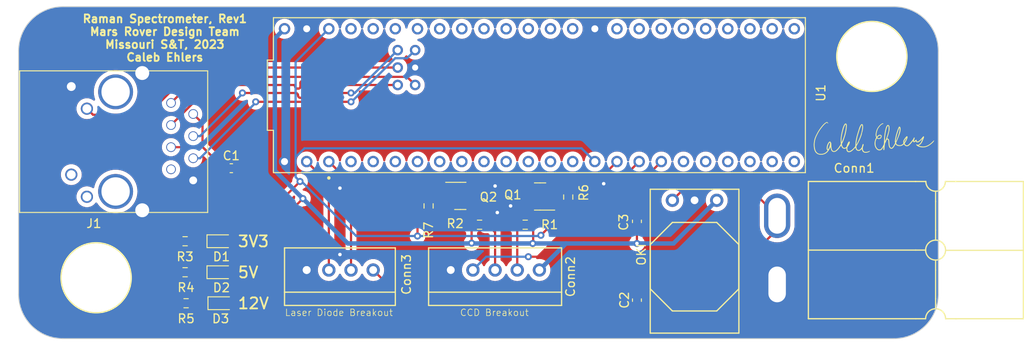
<source format=kicad_pcb>
(kicad_pcb (version 20221018) (generator pcbnew)
  (layers (0 "F.Cu" signal) (31 "B.Cu" signal) (34 "B.Paste" user) (35 "F.Paste" user) (36 "B.SilkS" user "B.Silkscreen") (37 "F.SilkS" user "F.Silkscreen") (38 "B.Mask" user) (39 "F.Mask" user) (44 "Edge.Cuts" user))
  (net 0 "")
  (net 1 "Net-(C1-Pad1)")
  (net 2 "GND")
  (net 3 "+12V")
  (net 4 "+5V")
  (net 5 "CCD_CLK_5V")
  (net 6 "CCD_ROG_5V")
  (net 7 "CCD_Vout")
  (net 8 "Red_LED")
  (net 9 "Green_LED")
  (net 11 "LED")
  (net 13 "T+")
  (net 14 "T-")
  (net 16 "R+")
  (net 17 "R-")
  (net 18 "Net-(D1-K)")
  (net 19 "CCD_CLK_3V3")
  (net 20 "CCD_ROG_3V3")
  (net 53 "+3V3")
  (net 54 "Net-(D2-K)")
  (net 55 "Net-(D3-K)")
  (footprint "Resistor_SMD:R_0603_1608Metric_Pad0.98x0.95mm_HandSolder" (layer "F.Cu") (at 85.344 57.667 90)
    (fp_text reference "R6" (at 0.508 1.778 90) (layer "F.SilkS"))
    (fp_text value "4.7k")
    (pad "1" smd roundrect (at -0.9125 0 90) (size 0.975 0.95) (layers "F.Cu" "F.Paste" "F.Mask") (net 53 "+3V3"))
    (pad "2" smd roundrect (at 0.9125 0 90) (size 0.975 0.95) (layers "F.Cu" "F.Paste" "F.Mask") (net 19 "CCD_CLK_3V3"))
  )
  (footprint "MRDT_Connectors:Square_Anderson_2_H_Side_By_Side" (layer "F.Cu") (at 108.9102 68.241 180)
    (fp_text reference "Conn1" (at -9.1998 13.885 180) (layer "F.SilkS"))
    (fp_text value "AndersonPP")
    (pad "1" thru_hole oval (at -0.3746 0.55 180) (size 3 5.1) (drill oval 2 4.1) (layers "*.Cu" "*.Mask" "F.Paste") (net 2 "GND"))
    (pad "2" thru_hole oval (at -0.3746 8.424 180) (size 3 5.1) (drill oval 2 4.1) (layers "*.Cu" "*.Mask" "F.Paste") (net 3 "+12V"))
  )
  (footprint "MRDT_Connectors:MOLEX_SL_05_Vertical" (layer "F.Cu") (at 82.042 66.04 180)
    (fp_text reference "Conn2" (at -3.556 -0.762 90) (layer "F.SilkS"))
    (fp_text value "Molex_SL_05")
    (pad "1" thru_hole circle (at 0 0 180) (size 1.524 1.524) (drill 0.9) (layers "*.Cu" "*.Mask") (net 4 "+5V"))
    (pad "2" thru_hole circle (at 2.54 0 180) (size 1.524 1.524) (drill 0.9) (layers "*.Cu" "*.Mask") (net 5 "CCD_CLK_5V"))
    (pad "3" thru_hole circle (at 5.08 0 180) (size 1.524 1.524) (drill 0.9) (layers "*.Cu" "*.Mask") (net 6 "CCD_ROG_5V"))
    (pad "4" thru_hole circle (at 7.62 0 180) (size 1.524 1.524) (drill 0.9) (layers "*.Cu" "*.Mask") (net 7 "CCD_Vout"))
    (pad "5" thru_hole circle (at 10.16 0 180) (size 1.524 1.524) (drill 0.9) (layers "*.Cu" "*.Mask") (net 2 "GND"))
  )
  (footprint "MRDT_Connectors:RJ45_Teensy" (layer "F.Cu") (at 20.4765 51.433 -90)
    (fp_text reference "J1" (at 9.273 -10.5115 -180) (layer "F.SilkS"))
    (fp_text value "RJ45_LED_Shielded")
    (pad "1" thru_hole circle (at -4.57 -19.35 270) (size 1.1 1.1) (drill 0.9) (layers "*.Cu" "*.Mask") (net 13 "T+"))
    (pad "2" thru_hole circle (at -3.3 -21.89 270) (size 1.1 1.1) (drill 0.9) (layers "*.Cu" "*.Mask") (net 1 "Net-(C1-Pad1)"))
    (pad "3" thru_hole circle (at -2.03 -19.35 270) (size 1.1 1.1) (drill 0.9) (layers "*.Cu" "*.Mask") (net 14 "T-"))
    (pad "4" thru_hole circle (at -0.76 -21.89 270) (size 1.1 1.1) (drill 0.9) (layers "*.Cu" "*.Mask") (net 16 "R+"))
    (pad "5" thru_hole circle (at 0.51 -19.35 270) (size 1.1 1.1) (drill 0.9) (layers "*.Cu" "*.Mask") (net 1 "Net-(C1-Pad1)"))
    (pad "6" thru_hole circle (at 1.78 -21.89 270) (size 1.1 1.1) (drill 0.9) (layers "*.Cu" "*.Mask") (net 17 "R-"))
    (pad "7" thru_hole circle (at 3.05 -19.35 270) (size 1.1 1.1) (drill 0.9) (layers "*.Cu" "*.Mask"))
    (pad "8" thru_hole circle (at 4.32 -21.89 270) (size 1.1 1.1) (drill 0.9) (layers "*.Cu" "*.Mask") (net 2 "GND"))
    (pad "9" thru_hole circle (at -6.45 -7.92 270) (size 1.4 1.4) (drill 1.02) (layers "*.Cu" "*.Mask") (net 2 "GND"))
    (pad "10" thru_hole circle (at -3.91 -9.71 270) (size 1.4 1.4) (drill 1.02) (layers "*.Cu" "*.Mask") (net 11 "LED"))
    (pad "11" thru_hole circle (at 3.66 -7.92 270) (size 1.4 1.4) (drill 1.02) (layers "*.Cu" "*.Mask"))
    (pad "12" thru_hole circle (at 6.2 -9.71 270) (size 1.4 1.4) (drill 1.02) (layers "*.Cu" "*.Mask"))
    (pad "13" thru_hole circle (at -5.84 -13 270) (size 4 4) (drill 3.25) (layers "*.Cu" "*.Mask"))
    (pad "14" thru_hole circle (at 5.59 -13 270) (size 4 4) (drill 3.25) (layers "*.Cu" "*.Mask"))
    (pad "SH" thru_hole circle (at -8 -16.05 270) (size 2 2) (drill 1.6) (layers "*.Cu" "*.Mask") (net 2 "GND"))
    (pad "SH" thru_hole circle (at 7.75 -16.05 270) (size 2 2) (drill 1.6) (layers "*.Cu" "*.Mask") (net 2 "GND"))
  )
  (footprint "LED_SMD:LED_0603_1608Metric_Pad1.05x0.95mm_HandSolder" (layer "F.Cu") (at 45.607 66.294)
    (fp_text reference "D2" (at 0 1.778) (layer "F.SilkS"))
    (fp_text value "Green" hide)
    (pad "1" smd roundrect (at -0.875 0) (size 1.05 0.95) (layers "F.Cu" "F.Paste" "F.Mask") (net 54 "Net-(D2-K)"))
    (pad "2" smd roundrect (at 0.875 0) (size 1.05 0.95) (layers "F.Cu" "F.Paste" "F.Mask") (net 4 "+5V"))
  )
  (footprint "MRDT_Devices:OKI_Horizontal" (layer "F.Cu") (at 97.282 58.039)
    (fp_text reference "U2" hide)
    (fp_text value "OKI" (at -3.556 6.223 90) (layer "F.SilkS"))
    (pad "1" thru_hole circle (at 0 0) (size 1.524 1.524) (drill 0.889) (layers "*.Cu" "*.Mask") (net 3 "+12V"))
    (pad "2" thru_hole circle (at 2.54 0) (size 1.524 1.524) (drill 0.889) (layers "*.Cu" "*.Mask") (net 2 "GND"))
    (pad "3" thru_hole circle (at 5.08 0) (size 1.524 1.524) (drill 0.889) (layers "*.Cu" "*.Mask") (net 4 "+5V"))
  )
  (footprint "MRDT_Connectors:MOLEX_SL_04_Vertical" (layer "F.Cu") (at 62.992 66.04 180)
    (fp_text reference "Conn3" (at -3.81 -0.508 270) (layer "F.SilkS"))
    (fp_text value "Molex_SL_04")
    (pad "1" thru_hole circle (at 0 0 180) (size 1.524 1.524) (drill 0.9) (layers "*.Cu" "*.Mask") (net 3 "+12V"))
    (pad "2" thru_hole circle (at 2.54 0 180) (size 1.524 1.524) (drill 0.9) (layers "*.Cu" "*.Mask") (net 8 "Red_LED"))
    (pad "3" thru_hole circle (at 5.08 0 180) (size 1.524 1.524) (drill 0.9) (layers "*.Cu" "*.Mask") (net 9 "Green_LED"))
    (pad "4" thru_hole circle (at 7.62 0 180) (size 1.524 1.524) (drill 0.9) (layers "*.Cu" "*.Mask") (net 2 "GND"))
    (pad "4" thru_hole circle (at 7.62 0 180) (size 1.524 1.524) (drill 0.9) (layers "*.Cu" "*.Mask") (net 2 "GND"))
  )
  (footprint "Capacitor_SMD:C_0603_1608Metric_Pad1.08x0.95mm_HandSolder" (layer "F.Cu") (at 93.218 60.452 90)
    (fp_text reference "C3" (at -0.1005 -1.524 90) (layer "F.SilkS"))
    (fp_text value "10µF")
    (pad "1" smd roundrect (at -0.8625 0 90) (size 1.075 0.95) (layers "F.Cu" "F.Paste" "F.Mask") (net 4 "+5V"))
    (pad "2" smd roundrect (at 0.8625 0 90) (size 1.075 0.95) (layers "F.Cu" "F.Paste" "F.Mask") (net 2 "GND"))
  )
  (footprint "LED_SMD:LED_0603_1608Metric_Pad1.05x0.95mm_HandSolder" (layer "F.Cu") (at 45.607 62.738)
    (fp_text reference "D1" (at 0 1.778) (layer "F.SilkS"))
    (fp_text value "Green" hide)
    (pad "1" smd roundrect (at -0.875 0) (size 1.05 0.95) (layers "F.Cu" "F.Paste" "F.Mask") (net 18 "Net-(D1-K)"))
    (pad "2" smd roundrect (at 0.875 0) (size 1.05 0.95) (layers "F.Cu" "F.Paste" "F.Mask") (net 53 "+3V3"))
  )
  (footprint "Resistor_SMD:R_0603_1608Metric_Pad0.98x0.95mm_HandSolder" (layer "F.Cu") (at 41.5525 69.85 180)
    (fp_text reference "R5" (at 0 -1.778) (layer "F.SilkS"))
    (fp_text value "1k")
    (pad "1" smd roundrect (at -0.9125 0 180) (size 0.975 0.95) (layers "F.Cu" "F.Paste" "F.Mask") (net 55 "Net-(D3-K)"))
    (pad "2" smd roundrect (at 0.9125 0 180) (size 0.975 0.95) (layers "F.Cu" "F.Paste" "F.Mask") (net 2 "GND"))
  )
  (footprint "MRDT_Drill_Holes:4_40_Hole" (layer "F.Cu") (at 120.142 41.529)
    (fp_text reference "V2" hide)
    (fp_text value "Via" hide)
    (pad "" np_thru_hole circle (at 0 0) (size 2.9464 2.9464) (drill 2.9464) (layers "*.Cu" "*.Mask") (clearance 2.5))
  )
  (footprint "Resistor_SMD:R_0603_1608Metric_Pad0.98x0.95mm_HandSolder" (layer "F.Cu") (at 69.342 58.683 -90)
    (fp_text reference "R7" (at 2.794 0 90) (layer "F.SilkS"))
    (fp_text value "4.7k")
    (pad "1" smd roundrect (at -0.9125 0 270) (size 0.975 0.95) (layers "F.Cu" "F.Paste" "F.Mask") (net 53 "+3V3"))
    (pad "2" smd roundrect (at 0.9125 0 270) (size 0.975 0.95) (layers "F.Cu" "F.Paste" "F.Mask") (net 20 "CCD_ROG_3V3"))
  )
  (footprint "Package_TO_SOT_SMD:SOT-23" (layer "F.Cu") (at 82.1205 57.601 180)
    (fp_text reference "Q1" (at 3.1265 0.188 180) (layer "F.SilkS"))
    (fp_text value "BSS138")
    (pad "1" smd roundrect (at -0.9375 -0.95 180) (size 1.475 0.6) (layers "F.Cu" "F.Paste" "F.Mask") (net 53 "+3V3"))
    (pad "2" smd roundrect (at -0.9375 0.95 180) (size 1.475 0.6) (layers "F.Cu" "F.Paste" "F.Mask") (net 19 "CCD_CLK_3V3"))
    (pad "3" smd roundrect (at 0.9375 0 180) (size 1.475 0.6) (layers "F.Cu" "F.Paste" "F.Mask") (net 5 "CCD_CLK_5V"))
  )
  (footprint "Capacitor_SMD:C_0603_1608Metric_Pad1.08x0.95mm_HandSolder" (layer "F.Cu") (at 46.736 54.356)
    (fp_text reference "C1" (at 0 -1.43) (layer "F.SilkS"))
    (fp_text value "0.1µF")
    (pad "1" smd roundrect (at -0.8625 0) (size 1.075 0.95) (layers "F.Cu" "F.Paste" "F.Mask") (net 1 "Net-(C1-Pad1)"))
    (pad "2" smd roundrect (at 0.8625 0) (size 1.075 0.95) (layers "F.Cu" "F.Paste" "F.Mask") (net 2 "GND"))
  )
  (footprint "MRDT_Shields:Teensy_4_1_Ethernet" (layer "F.Cu") (at 82.042 45.974)
    (fp_text reference "U1" (at 32.258 -0.254 90) (layer "F.SilkS"))
    (fp_text value "Teensy4.1_DEV-16771")
    (pad "0" thru_hole circle (at -26.67 7.62) (size 1.308 1.308) (drill 0.8) (layers "*.Cu" "*.Mask") (net 9 "Green_LED"))
    (pad "1" thru_hole circle (at -24.13 7.62) (size 1.308 1.308) (drill 0.8) (layers "*.Cu" "*.Mask") (net 8 "Red_LED"))
    (pad "2" thru_hole circle (at -21.59 7.62) (size 1.308 1.308) (drill 0.8) (layers "*.Cu" "*.Mask"))
    (pad "3" thru_hole circle (at -19.05 7.62) (size 1.308 1.308) (drill 0.8) (layers "*.Cu" "*.Mask"))
    (pad "3.3V_1" thru_hole circle (at 6.35 7.62) (size 1.308 1.308) (drill 0.8) (layers "*.Cu" "*.Mask") (net 53 "+3V3"))
    (pad "3.3V_2" thru_hole circle (at -24.13 -7.62) (size 1.308 1.308) (drill 0.8) (layers "*.Cu" "*.Mask") (net 53 "+3V3"))
    (pad "4" thru_hole circle (at -16.51 7.62) (size 1.308 1.308) (drill 0.8) (layers "*.Cu" "*.Mask"))
    (pad "5" thru_hole circle (at -13.97 7.62) (size 1.308 1.308) (drill 0.8) (layers "*.Cu" "*.Mask"))
    (pad "6" thru_hole circle (at -11.43 7.62) (size 1.308 1.308) (drill 0.8) (layers "*.Cu" "*.Mask"))
    (pad "7" thru_hole circle (at -8.89 7.62) (size 1.308 1.308) (drill 0.8) (layers "*.Cu" "*.Mask"))
    (pad "8" thru_hole circle (at -6.35 7.62) (size 1.308 1.308) (drill 0.8) (layers "*.Cu" "*.Mask"))
    (pad "9" thru_hole circle (at -3.81 7.62) (size 1.308 1.308) (drill 0.8) (layers "*.Cu" "*.Mask"))
    (pad "10" thru_hole circle (at -1.27 7.62) (size 1.308 1.308) (drill 0.8) (layers "*.Cu" "*.Mask"))
    (pad "11" thru_hole circle (at 1.27 7.62) (size 1.308 1.308) (drill 0.8) (layers "*.Cu" "*.Mask"))
    (pad "12" thru_hole circle (at 3.81 7.62) (size 1.308 1.308) (drill 0.8) (layers "*.Cu" "*.Mask"))
    (pad "13" thru_hole circle (at 3.81 -7.62) (size 1.308 1.308) (drill 0.8) (layers "*.Cu" "*.Mask"))
    (pad "14" thru_hole circle (at 1.27 -7.62) (size 1.308 1.308) (drill 0.8) (layers "*.Cu" "*.Mask"))
    (pad "15" thru_hole circle (at -1.27 -7.62) (size 1.308 1.308) (drill 0.8) (layers "*.Cu" "*.Mask"))
    (pad "16" thru_hole circle (at -3.81 -7.62) (size 1.308 1.308) (drill 0.8) (layers "*.Cu" "*.Mask"))
    (pad "17" thru_hole circle (at -6.35 -7.62) (size 1.308 1.308) (drill 0.8) (layers "*.Cu" "*.Mask"))
    (pad "18" thru_hole circle (at -8.89 -7.62) (size 1.308 1.308) (drill 0.8) (layers "*.Cu" "*.Mask"))
    (pad "19" thru_hole circle (at -11.43 -7.62) (size 1.308 1.308) (drill 0.8) (layers "*.Cu" "*.Mask"))
    (pad "20" thru_hole circle (at -13.97 -7.62) (size 1.308 1.308) (drill 0.8) (layers "*.Cu" "*.Mask"))
    (pad "21" thru_hole circle (at -16.51 -7.62) (size 1.308 1.308) (drill 0.8) (layers "*.Cu" "*.Mask"))
    (pad "22" thru_hole circle (at -19.05 -7.62) (size 1.308 1.308) (drill 0.8) (layers "*.Cu" "*.Mask"))
    (pad "23" thru_hole circle (at -21.59 -7.62) (size 1.308 1.308) (drill 0.8) (layers "*.Cu" "*.Mask"))
    (pad "24" thru_hole circle (at 8.89 7.62) (size 1.308 1.308) (drill 0.8) (layers "*.Cu" "*.Mask") (net 20 "CCD_ROG_3V3"))
    (pad "25" thru_hole circle (at 11.43 7.62) (size 1.308 1.308) (drill 0.8) (layers "*.Cu" "*.Mask") (net 19 "CCD_CLK_3V3"))
    (pad "26" thru_hole circle (at 13.97 7.62) (size 1.308 1.308) (drill 0.8) (layers "*.Cu" "*.Mask") (net 7 "CCD_Vout"))
    (pad "27" thru_hole circle (at 16.51 7.62) (size 1.308 1.308) (drill 0.8) (layers "*.Cu" "*.Mask"))
    (pad "28" thru_hole circle (at 19.05 7.62) (size 1.308 1.308) (drill 0.8) (layers "*.Cu" "*.Mask"))
    (pad "29" thru_hole circle (at 21.59 7.62) (size 1.308 1.308) (drill 0.8) (layers "*.Cu" "*.Mask"))
    (pad "30" thru_hole circle (at 24.13 7.62) (size 1.308 1.308) (drill 0.8) (layers "*.Cu" "*.Mask"))
    (pad "31" thru_hole circle (at 26.67 7.62) (size 1.308 1.308) (drill 0.8) (layers "*.Cu" "*.Mask"))
    (pad "32" thru_hole circle (at 29.21 7.62) (size 1.308 1.308) (drill 0.8) (layers "*.Cu" "*.Mask"))
    (pad "33" thru_hole circle (at 29.21 -7.62) (size 1.308 1.308) (drill 0.8) (layers "*.Cu" "*.Mask"))
    (pad "34" thru_hole circle (at 26.67 -7.62) (size 1.308 1.308) (drill 0.8) (layers "*.Cu" "*.Mask"))
    (pad "35" thru_hole circle (at 24.13 -7.62) (size 1.308 1.308) (drill 0.8) (layers "*.Cu" "*.Mask"))
    (pad "36" thru_hole circle (at 21.59 -7.62) (size 1.308 1.308) (drill 0.8) (layers "*.Cu" "*.Mask"))
    (pad "37" thru_hole circle (at 19.05 -7.62) (size 1.308 1.308) (drill 0.8) (layers "*.Cu" "*.Mask"))
    (pad "38" thru_hole circle (at 16.51 -7.62) (size 1.308 1.308) (drill 0.8) (layers "*.Cu" "*.Mask"))
    (pad "39" thru_hole circle (at 13.97 -7.62) (size 1.308 1.308) (drill 0.8) (layers "*.Cu" "*.Mask"))
    (pad "40" thru_hole circle (at 11.43 -7.62) (size 1.308 1.308) (drill 0.8) (layers "*.Cu" "*.Mask"))
    (pad "41" thru_hole circle (at 8.89 -7.62) (size 1.308 1.308) (drill 0.8) (layers "*.Cu" "*.Mask"))
    (pad "GND1" thru_hole circle (at -29.21 7.62) (size 1.308 1.308) (drill 0.8) (layers "*.Cu" "*.Mask") (net 2 "GND"))
    (pad "GND2" thru_hole circle (at 6.35 -7.62) (size 1.308 1.308) (drill 0.8) (layers "*.Cu" "*.Mask") (net 2 "GND"))
    (pad "GND3" thru_hole circle (at -26.67 -7.62) (size 1.308 1.308) (drill 0.8) (layers "*.Cu" "*.Mask") (net 2 "GND"))
    (pad "GND5" thru_hole circle (at -14.24 -3.17) (size 1.208 1.208) (drill 0.7) (layers "*.Cu" "*.Mask") (net 2 "GND"))
    (pad "LED" thru_hole circle (at -16.24 -3.17) (size 1.208 1.208) (drill 0.7) (layers "*.Cu" "*.Mask") (net 11 "LED"))
    (pad "R+" thru_hole circle (at -16.24 -5.17) (size 1.208 1.208) (drill 0.7) (layers "*.Cu" "*.Mask") (net 16 "R+"))
    (pad "R-" thru_hole circle (at -14.24 -5.17) (size 1.208 1.208) (drill 0.7) (layers "*.Cu" "*.Mask") (net 17 "R-"))
    (pad "T+" thru_hole circle (at -14.24 -1.17) (size 1.208 1.208) (drill 0.7) (layers "*.Cu" "*.Mask") (net 13 "T+"))
    (pad "T-" thru_hole circle (at -16.24 -1.17) (size 1.208 1.208) (drill 0.7) (layers "*.Cu" "*.Mask") (net 14 "T-"))
    (pad "VIN" thru_hole circle (at -29.21 -7.62) (size 1.308 1.308) (drill 0.8) (layers "*.Cu" "*.Mask") (net 4 "+5V"))
  )
  (footprint "Resistor_SMD:R_0603_1608Metric_Pad0.98x0.95mm_HandSolder" (layer "F.Cu") (at 41.4395 62.738 180)
    (fp_text reference "R3" (at 0 -1.778) (layer "F.SilkS"))
    (fp_text value "100")
    (pad "1" smd roundrect (at -0.9125 0 180) (size 0.975 0.95) (layers "F.Cu" "F.Paste" "F.Mask") (net 18 "Net-(D1-K)"))
    (pad "2" smd roundrect (at 0.9125 0 180) (size 0.975 0.95) (layers "F.Cu" "F.Paste" "F.Mask") (net 2 "GND"))
  )
  (footprint "Resistor_SMD:R_0603_1608Metric_Pad0.98x0.95mm_HandSolder" (layer "F.Cu") (at 41.4395 66.293934 180)
    (fp_text reference "R4" (at -0.1035 -1.758) (layer "F.SilkS"))
    (fp_text value "300")
    (pad "1" smd roundrect (at -0.9125 0 180) (size 0.975 0.95) (layers "F.Cu" "F.Paste" "F.Mask") (net 54 "Net-(D2-K)"))
    (pad "2" smd roundrect (at 0.9125 0 180) (size 0.975 0.95) (layers "F.Cu" "F.Paste" "F.Mask") (net 2 "GND"))
  )
  (footprint "LED_SMD:LED_0603_1608Metric_Pad1.05x0.95mm_HandSolder" (layer "F.Cu") (at 45.72 69.85)
    (fp_text reference "D3" (at -0.207 1.778) (layer "F.SilkS"))
    (fp_text value "Green" hide)
    (pad "1" smd roundrect (at -0.875 0) (size 1.05 0.95) (layers "F.Cu" "F.Paste" "F.Mask") (net 55 "Net-(D3-K)"))
    (pad "2" smd roundrect (at 0.875 0) (size 1.05 0.95) (layers "F.Cu" "F.Paste" "F.Mask") (net 3 "+12V"))
  )
  (footprint "Package_TO_SOT_SMD:SOT-23" (layer "F.Cu") (at 72.9765 57.535)
    (fp_text reference "Q2" (at 3.2235 0.132 180) (layer "F.SilkS"))
    (fp_text value "BSS138")
    (pad "1" smd roundrect (at -0.9375 -0.95) (size 1.475 0.6) (layers "F.Cu" "F.Paste" "F.Mask") (net 53 "+3V3"))
    (pad "2" smd roundrect (at -0.9375 0.95) (size 1.475 0.6) (layers "F.Cu" "F.Paste" "F.Mask") (net 20 "CCD_ROG_3V3"))
    (pad "3" smd roundrect (at 0.9375 0) (size 1.475 0.6) (layers "F.Cu" "F.Paste" "F.Mask") (net 6 "CCD_ROG_5V"))
  )
  (footprint "MRDT_Drill_Holes:4_40_Hole" (layer "F.Cu") (at 31.242 66.929)
    (fp_text reference "V1" hide)
    (fp_text value "Via" hide)
    (pad "" np_thru_hole circle (at 0 0) (size 2.9464 2.9464) (drill 2.9464) (layers "*.Cu" "*.Mask") (clearance 2.5))
  )
  (footprint "Resistor_SMD:R_0603_1608Metric_Pad0.98x0.95mm_HandSolder" (layer "F.Cu") (at 75.184 60.837)
    (fp_text reference "R2" (at -2.794 -0.122) (layer "F.SilkS"))
    (fp_text value "4.7k")
    (pad "1" smd roundrect (at -0.9125 0) (size 0.975 0.95) (layers "F.Cu" "F.Paste" "F.Mask") (net 4 "+5V"))
    (pad "2" smd roundrect (at 0.9125 0) (size 0.975 0.95) (layers "F.Cu" "F.Paste" "F.Mask") (net 6 "CCD_ROG_5V"))
  )
  (footprint "Signatures:Caleb_Ehlers_Signature_15mmx4.8mm" (layer "F.Cu") (at 120.396 50.8)
    (fp_text reference "G***" hide)
    (fp_text value "LOGO" hide)
  )
  (footprint "Resistor_SMD:R_0603_1608Metric_Pad0.98x0.95mm_HandSolder" (layer "F.Cu") (at 80.414622 60.837 180)
    (fp_text reference "R1" (at -2.794 0) (layer "F.SilkS"))
    (fp_text value "4.7k")
    (pad "1" smd roundrect (at -0.9125 0 180) (size 0.975 0.95) (layers "F.Cu" "F.Paste" "F.Mask") (net 4 "+5V"))
    (pad "2" smd roundrect (at 0.9125 0 180) (size 0.975 0.95) (layers "F.Cu" "F.Paste" "F.Mask") (net 5 "CCD_CLK_5V"))
  )
  (footprint "Capacitor_SMD:C_0603_1608Metric_Pad1.08x0.95mm_HandSolder" (layer "F.Cu") (at 93.218 69.4955 90)
    (fp_text reference "C2" (at 0 -1.43 90) (layer "F.SilkS"))
    (fp_text value "10µF")
    (pad "1" smd roundrect (at -0.8625 0 90) (size 1.075 0.95) (layers "F.Cu" "F.Paste" "F.Mask") (net 3 "+12V"))
    (pad "2" smd roundrect (at 0.8625 0 90) (size 1.075 0.95) (layers "F.Cu" "F.Paste" "F.Mask") (net 2 "GND"))
  )
  (gr_arc (start 27.432 73.914) (mid 23.839898 72.426102) (end 22.352 68.834) (stroke (width 0.1)) (layer "Edge.Cuts"))
  (gr_line (start 127.762 40.894) (end 127.762 68.834) (stroke (width 0.1)) (layer "Edge.Cuts"))
  (gr_line (start 122.682 35.814) (end 27.432 35.814) (stroke (width 0.1)) (layer "Edge.Cuts"))
  (gr_line (start 22.352 68.834) (end 22.352 40.894) (stroke (width 0.1)) (layer "Edge.Cuts"))
  (gr_arc (start 127.762 68.834) (mid 126.274102 72.426102) (end 122.682 73.914) (stroke (width 0.1)) (layer "Edge.Cuts"))
  (gr_arc (start 122.682 35.814) (mid 126.274102 37.301898) (end 127.762 40.894) (stroke (width 0.1)) (layer "Edge.Cuts"))
  (gr_arc (start 22.352 40.894) (mid 23.839898 37.301898) (end 27.432 35.814) (stroke (width 0.1)) (layer "Edge.Cuts"))
  (gr_line (start 122.682 73.914) (end 27.432 73.914) (stroke (width 0.1)) (layer "Edge.Cuts"))
  (gr_text "3V3" (at 47.385 63.5) (layer "F.SilkS") (effects (font (size 1.27 1.27) (thickness 0.2032)) (justify left bottom)))
  (gr_text "Raman Spectrometer, Rev1\nMars Rover Design Team\nMissouri S&T, 2023\nCaleb Ehlers" (at 39.116 42.164) (layer "F.SilkS") (effects (font (size 0.9144 0.9144) (thickness 0.2032) bold) (justify bottom)))
  (gr_text "12V" (at 47.385 70.612) (layer "F.SilkS") (effects (font (size 1.27 1.27) (thickness 0.2032)) (justify left bottom)))
  (gr_text "CCD Breakout" (at 72.898 71.374) (layer "F.SilkS") (effects (font (size 0.762 0.762) (thickness 0.0762)) (justify left bottom)))
  (gr_text "Laser Diode Breakout" (at 52.832 71.374) (layer "F.SilkS") (effects (font (size 0.762 0.762) (thickness 0.0762)) (justify left bottom)))
  (gr_text "5V" (at 47.385 67.056) (layer "F.SilkS") (effects (font (size 1.27 1.27) (thickness 0.2032)) (justify left bottom)))
  (segment (start 43.4605 51.943) (end 45.8735 54.356) (width 0.254) (layer "F.Cu") (net 1))
  (segment (start 39.8265 51.943) (end 43.4605 51.943) (width 0.254) (layer "F.Cu") (net 1))
  (segment (start 43.434 51.9165) (end 45.8735 54.356) (width 0.254) (layer "F.Cu") (net 1))
  (segment (start 42.3665 48.133) (end 43.434 49.2005) (width 0.254) (layer "F.Cu") (net 1))
  (segment (start 43.434 49.2005) (end 43.434 51.9165) (width 0.254) (layer "F.Cu") (net 1))
  (via (at 89.408 56.134) (size 0.8) (drill 0.4) (layers "F.Cu" "B.Cu") (net 2))
  (via (at 59.182 56.642) (size 0.8) (drill 0.4) (layers "F.Cu" "B.Cu") (net 2))
  (via (at 77.216 59.445) (size 0.8) (drill 0.4) (layers "F.Cu" "B.Cu") (net 2))
  (via (at 78.74 58.683) (size 0.8) (drill 0.4) (layers "F.Cu" "B.Cu") (net 2))
  (via (at 59.182 64.262) (size 0.8) (drill 0.4) (layers "F.Cu" "B.Cu") (net 2))
  (via (at 76.962 56.397) (size 0.8) (drill 0.4) (layers "F.Cu" "B.Cu") (net 2))
  (segment (start 98.806 71.882) (end 109.2848 61.4032) (width 0.254) (layer "F.Cu") (net 3))
  (segment (start 93.218 70.358) (end 94.742 71.882) (width 0.254) (layer "F.Cu") (net 3))
  (segment (start 48.627 71.882) (end 68.834 71.882) (width 0.254) (layer "F.Cu") (net 3))
  (segment (start 99.187 56.134) (end 97.282 58.039) (width 0.254) (layer "F.Cu") (net 3))
  (segment (start 48.627 71.882) (end 46.595 69.85) (width 0.254) (layer "F.Cu") (net 3))
  (segment (start 109.2848 59.817) (end 105.6018 56.134) (width 0.254) (layer "F.Cu") (net 3))
  (segment (start 62.992 66.04) (end 68.834 71.882) (width 0.254) (layer "F.Cu") (net 3))
  (segment (start 109.2848 61.1492) (end 109.2848 59.817) (width 0.25) (layer "F.Cu") (net 3))
  (segment (start 94.742 71.882) (end 98.806 71.882) (width 0.254) (layer "F.Cu") (net 3))
  (segment (start 109.2848 61.4032) (end 109.2848 59.817) (width 0.254) (layer "F.Cu") (net 3))
  (segment (start 68.834 71.882) (end 94.742 71.882) (width 0.254) (layer "F.Cu") (net 3))
  (segment (start 105.6018 56.134) (end 99.187 56.134) (width 0.254) (layer "F.Cu") (net 3))
  (segment (start 93.218 61.3145) (end 93.218 62.992) (width 0.254) (layer "F.Cu") (net 4))
  (segment (start 81.327122 62.944878) (end 81.28 62.992) (width 0.254) (layer "F.Cu") (net 4))
  (segment (start 74.2055 62.9545) (end 74.2715 62.9545) (width 0.25) (layer "F.Cu") (net 4))
  (segment (start 81.327122 60.837) (end 81.327122 62.944878) (width 0.254) (layer "F.Cu") (net 4))
  (segment (start 46.482 66.294) (end 54.937 57.839) (width 0.254) (layer "F.Cu") (net 4))
  (segment (start 74.2715 60.837) (end 74.2715 62.9545) (width 0.254) (layer "F.Cu") (net 4))
  (segment (start 74.2715 62.8885) (end 74.2055 62.9545) (width 0.25) (layer "F.Cu") (net 4))
  (via (at 93.218 62.992) (size 0.8) (drill 0.4) (layers "F.Cu" "B.Cu") (net 4))
  (via (at 81.28 62.992) (size 0.8) (drill 0.4) (layers "F.Cu" "B.Cu") (net 4))
  (via (at 54.937 57.839) (size 0.8) (drill 0.4) (layers "F.Cu" "B.Cu") (net 4))
  (via (at 74.2715 62.9545) (size 0.8) (drill 0.4) (layers "F.Cu" "B.Cu") (net 4))
  (segment (start 52.832 38.354) (end 51.724 39.462) (width 0.508) (layer "B.Cu") (net 4))
  (segment (start 60.09 62.992) (end 71.628 62.992) (width 0.508) (layer "B.Cu") (net 4))
  (segment (start 81.28 62.992) (end 85.09 62.992) (width 0.508) (layer "B.Cu") (net 4))
  (segment (start 71.628 62.992) (end 74.168 62.992) (width 0.508) (layer "B.Cu") (net 4))
  (segment (start 51.724 54.626) (end 53.54 56.442) (width 0.508) (layer "B.Cu") (net 4))
  (segment (start 51.724 39.462) (end 51.724 54.626) (width 0.508) (layer "B.Cu") (net 4))
  (segment (start 85.09 62.992) (end 82.042 66.04) (width 0.508) (layer "B.Cu") (net 4))
  (segment (start 79.502 62.992) (end 81.28 62.992) (width 0.508) (layer "B.Cu") (net 4))
  (segment (start 85.09 62.992) (end 87.122 62.992) (width 0.508) (layer "B.Cu") (net 4))
  (segment (start 93.218 62.992) (end 97.409 62.992) (width 0.508) (layer "B.Cu") (net 4))
  (segment (start 74.168 62.992) (end 79.502 62.992) (width 0.508) (layer "B.Cu") (net 4))
  (segment (start 90.424 62.992) (end 93.218 62.992) (width 0.508) (layer "B.Cu") (net 4))
  (segment (start 87.122 62.992) (end 90.424 62.992) (width 0.508) (layer "B.Cu") (net 4))
  (segment (start 54.937 57.839) (end 60.09 62.992) (width 0.508) (layer "B.Cu") (net 4))
  (segment (start 97.409 62.992) (end 102.362 58.039) (width 0.508) (layer "B.Cu") (net 4))
  (segment (start 53.54 56.442) (end 54.937 57.839) (width 0.508) (layer "B.Cu") (net 4))
  (segment (start 79.502 66.04) (end 79.502 60.837122) (width 0.254) (layer "F.Cu") (net 5))
  (segment (start 79.502 60.836878) (end 79.502 59.282) (width 0.25) (layer "F.Cu") (net 5))
  (segment (start 79.502 60.837122) (end 79.502122 60.837) (width 0.254) (layer "F.Cu") (net 5))
  (segment (start 79.502 59.282) (end 81.183 57.601) (width 0.25) (layer "F.Cu") (net 5))
  (segment (start 79.502122 60.837) (end 79.502 60.836878) (width 0.25) (layer "F.Cu") (net 5))
  (segment (start 76.0965 60.837) (end 73.914 58.6545) (width 0.254) (layer "F.Cu") (net 6))
  (segment (start 76.962 61.7025) (end 76.0965 60.837) (width 0.254) (layer "F.Cu") (net 6))
  (segment (start 73.914 58.6545) (end 73.914 57.535) (width 0.254) (layer "F.Cu") (net 6))
  (segment (start 76.962 66.04) (end 76.962 61.7025) (width 0.254) (layer "F.Cu") (net 6))
  (segment (start 96.012 53.594) (end 85.09 64.516) (width 0.254) (layer "F.Cu") (net 7))
  (segment (start 85.09 64.516) (end 80.772 64.516) (width 0.254) (layer "F.Cu") (net 7))
  (via (at 80.772 64.516) (size 0.8) (drill 0.4) (layers "F.Cu" "B.Cu") (net 7))
  (segment (start 80.772 64.516) (end 75.946 64.516) (width 0.254) (layer "B.Cu") (net 7))
  (segment (start 75.946 64.516) (end 74.422 66.04) (width 0.254) (layer "B.Cu") (net 7))
  (segment (start 60.452 56.134) (end 57.912 53.594) (width 0.254) (layer "F.Cu") (net 8))
  (segment (start 60.452 66.04) (end 60.452 56.134) (width 0.254) (layer "F.Cu") (net 8))
  (segment (start 55.372 53.594) (end 57.912 56.134) (width 0.254) (layer "F.Cu") (net 9))
  (segment (start 57.912 56.134) (end 57.912 66.04) (width 0.254) (layer "F.Cu") (net 9))
  (segment (start 30.8865 48.223) (end 30.1865 47.523) (width 0.254) (layer "F.Cu") (net 11))
  (segment (start 65.802 42.804) (end 42.54 42.804) (width 0.254) (layer "F.Cu") (net 11))
  (segment (start 42.54 42.804) (end 37.121 48.223) (width 0.254) (layer "F.Cu") (net 11))
  (segment (start 37.121 48.223) (end 30.8865 48.223) (width 0.254) (layer "F.Cu") (net 11))
  (segment (start 67.802 44.804) (end 66.871 43.873) (width 0.254) (layer "F.Cu") (net 13))
  (segment (start 42.8165 43.873) (end 39.8265 46.863) (width 0.254) (layer "F.Cu") (net 13))
  (segment (start 66.871 43.873) (end 42.8165 43.873) (width 0.254) (layer "F.Cu") (net 13))
  (segment (start 56.223 44.342762) (end 56.084238 44.342762) (width 0.254) (layer "F.Cu") (net 14))
  (segment (start 53.848 44.804) (end 44.4255 44.804) (width 0.254) (layer "F.Cu") (net 14))
  (segment (start 54.448 45.215238) (end 54.259238 45.215238) (width 0.254) (layer "F.Cu") (net 14))
  (segment (start 55.023 44.342762) (end 54.884238 44.342762) (width 0.254) (layer "F.Cu") (net 14))
  (segment (start 65.802 44.804) (end 56.684238 44.804) (width 0.254) (layer "F.Cu") (net 14))
  (segment (start 54.653619 44.573381) (end 54.653619 45.009619) (width 0.254) (layer "F.Cu") (net 14))
  (segment (start 55.623 44.804) (end 55.484238 44.804) (width 0.254) (layer "F.Cu") (net 14))
  (segment (start 44.4255 44.804) (end 39.8265 49.403) (width 0.254) (layer "F.Cu") (net 14))
  (arc (start 54.884238 44.342762) (mid 54.721166 44.410309) (end 54.653619 44.573381) (width 0.254) (layer "F.Cu") (net 14))
  (arc (start 56.084238 44.342762) (mid 55.921166 44.410309) (end 55.853619 44.573381) (width 0.254) (layer "F.Cu") (net 14))
  (arc (start 55.853619 44.573381) (mid 55.786072 44.736453) (end 55.623 44.804) (width 0.254) (layer "F.Cu") (net 14))
  (arc (start 56.453619 44.573381) (mid 56.386072 44.410309) (end 56.223 44.342762) (width 0.254) (layer "F.Cu") (net 14))
  (arc (start 54.653619 45.009619) (mid 54.593395 45.155014) (end 54.448 45.215238) (width 0.254) (layer "F.Cu") (net 14))
  (arc (start 55.253619 44.573381) (mid 55.186072 44.410309) (end 55.023 44.342762) (width 0.254) (layer "F.Cu") (net 14))
  (arc (start 56.684238 44.804) (mid 56.521166 44.736453) (end 56.453619 44.573381) (width 0.254) (layer "F.Cu") (net 14))
  (arc (start 54.259238 45.215238) (mid 54.113843 45.155014) (end 54.053619 45.009619) (width 0.254) (layer "F.Cu") (net 14))
  (arc (start 55.484238 44.804) (mid 55.321166 44.736453) (end 55.253619 44.573381) (width 0.254) (layer "F.Cu") (net 14))
  (arc (start 54.053619 45.009619) (mid 53.993395 44.864224) (end 53.848 44.804) (width 0.254) (layer "F.Cu") (net 14))
  (segment (start 60.452 45.72) (end 57.013238 45.72) (width 0.254) (layer "F.Cu") (net 16))
  (segment (start 54.982619 45.489381) (end 54.982619 46.000619) (width 0.254) (layer "F.Cu") (net 16))
  (segment (start 54.102 45.72) (end 48.096 45.72) (width 0.254) (layer "F.Cu") (net 16))
  (segment (start 55.902 46.281238) (end 55.863238 46.281238) (width 0.254) (layer "F.Cu") (net 16))
  (segment (start 56.552 45.258762) (end 56.413238 45.258762) (width 0.254) (layer "F.Cu") (net 16))
  (segment (start 54.702 46.281238) (end 54.663238 46.281238) (width 0.254) (layer "F.Cu") (net 16))
  (segment (start 55.582619 46.000619) (end 55.582619 45.489381) (width 0.254) (layer "F.Cu") (net 16))
  (segment (start 56.182619 45.489381) (end 56.182619 46.000619) (width 0.254) (layer "F.Cu") (net 16))
  (segment (start 55.352 45.258762) (end 55.213238 45.258762) (width 0.254) (layer "F.Cu") (net 16))
  (via (at 60.452 45.72) (size 0.8) (drill 0.4) (layers "F.Cu" "B.Cu") (net 16))
  (via (at 48.006 45.72) (size 0.8) (drill 0.4) (layers "F.Cu" "B.Cu") (net 16))
  (arc (start 55.213238 45.258762) (mid 55.050166 45.326309) (end 54.982619 45.489381) (width 0.254) (layer "F.Cu") (net 16))
  (arc (start 54.982619 46.000619) (mid 54.900428 46.199047) (end 54.702 46.281238) (width 0.254) (layer "F.Cu") (net 16))
  (arc (start 55.863238 46.281238) (mid 55.66481 46.199047) (end 55.582619 46.000619) (width 0.254) (layer "F.Cu") (net 16))
  (arc (start 57.013238 45.72) (mid 56.850166 45.652453) (end 56.782619 45.489381) (width 0.254) (layer "F.Cu") (net 16))
  (arc (start 55.582619 45.489381) (mid 55.515072 45.326309) (end 55.352 45.258762) (width 0.254) (layer "F.Cu") (net 16))
  (arc (start 54.663238 46.281238) (mid 54.46481 46.199047) (end 54.382619 46.000619) (width 0.254) (layer "F.Cu") (net 16))
  (arc (start 56.182619 46.000619) (mid 56.100428 46.199047) (end 55.902 46.281238) (width 0.254) (layer "F.Cu") (net 16))
  (arc (start 54.382619 46.000619) (mid 54.300428 45.802191) (end 54.102 45.72) (width 0.254) (layer "F.Cu") (net 16))
  (arc (start 56.782619 45.489381) (mid 56.715072 45.326309) (end 56.552 45.258762) (width 0.254) (layer "F.Cu") (net 16))
  (arc (start 56.413238 45.258762) (mid 56.250166 45.326309) (end 56.182619 45.489381) (width 0.254) (layer "F.Cu") (net 16))
  (segment (start 60.886 45.72) (end 65.802 40.804) (width 0.254) (layer "B.Cu") (net 16))
  (segment (start 48.006 45.81) (end 43.143 50.673) (width 0.254) (layer "B.Cu") (net 16))
  (segment (start 48.006 45.72) (end 48.006 45.81) (width 0.254) (layer "B.Cu") (net 16))
  (segment (start 43.143 50.673) (end 42.3665 50.673) (width 0.254) (layer "B.Cu") (net 16))
  (segment (start 48.096 45.72) (end 48.006 45.72) (width 0.254) (layer "B.Cu") (net 16))
  (segment (start 48.096 45.72) (end 48.096 45.72) (width 0.254) (layer "B.Cu") (net 16))
  (segment (start 60.452 45.72) (end 60.886 45.72) (width 0.254) (layer "B.Cu") (net 16))
  (segment (start 49.62 46.736) (end 60.452 46.736) (width 0.254) (layer "F.Cu") (net 17))
  (via (at 60.452 46.736) (size 0.8) (drill 0.4) (layers "F.Cu" "B.Cu") (net 17))
  (via (at 49.53 46.736) (size 0.8) (drill 0.4) (layers "F.Cu" "B.Cu") (net 17))
  (segment (start 43.143 53.213) (end 42.3665 53.213) (width 0.254) (layer "B.Cu") (net 17))
  (segment (start 49.53 46.826) (end 43.143 53.213) (width 0.254) (layer "B.Cu") (net 17))
  (segment (start 49.62 46.736) (end 49.62 46.736) (width 0.254) (layer "B.Cu") (net 17))
  (segment (start 49.62 46.736) (end 49.53 46.736) (width 0.254) (layer "B.Cu") (net 17))
  (segment (start 65.513052 41.735) (end 66.871 41.735) (width 0.254) (layer "B.Cu") (net 17))
  (segment (start 60.512052 46.736) (end 65.513052 41.735) (width 0.254) (layer "B.Cu") (net 17))
  (segment (start 66.871 41.735) (end 67.802 40.804) (width 0.254) (layer "B.Cu") (net 17))
  (segment (start 60.452 46.736) (end 60.512052 46.736) (width 0.254) (layer "B.Cu") (net 17))
  (segment (start 49.53 46.736) (end 49.53 46.826) (width 0.254) (layer "B.Cu") (net 17))
  (segment (start 42.352 62.738) (end 44.732 62.738) (width 0.254) (layer "F.Cu") (net 18))
  (segment (start 85.344 56.642) (end 86.614 55.372) (width 0.254) (layer "F.Cu") (net 19))
  (segment (start 83.058 56.651) (end 83.058 56.642) (width 0.25) (layer "F.Cu") (net 19))
  (segment (start 84.337 55.372) (end 83.058 56.651) (width 0.254) (layer "F.Cu") (net 19))
  (segment (start 86.614 55.372) (end 84.337 55.372) (width 0.254) (layer "F.Cu") (net 19))
  (segment (start 85.344 56.7545) (end 85.344 56.642) (width 0.254) (layer "F.Cu") (net 19))
  (segment (start 93.472 53.594) (end 91.694 55.372) (width 0.254) (layer "F.Cu") (net 19))
  (segment (start 91.694 55.372) (end 86.614 55.372) (width 0.254) (layer "F.Cu") (net 19))
  (segment (start 70.9285 59.5955) (end 72.039 58.485) (width 0.254) (layer "F.Cu") (net 20))
  (segment (start 75.184 54.864) (end 73.914 56.134) (width 0.254) (layer "F.Cu") (net 20))
  (segment (start 73.90292 56.134) (end 72.039 57.99792) (width 0.254) (layer "F.Cu") (net 20))
  (segment (start 89.662 54.864) (end 75.184 54.864) (width 0.254) (layer "F.Cu") (net 20))
  (segment (start 72.039 57.99792) (end 72.039 58.485) (width 0.254) (layer "F.Cu") (net 20))
  (segment (start 90.932 53.594) (end 89.662 54.864) (width 0.254) (layer "F.Cu") (net 20))
  (segment (start 73.914 56.134) (end 73.90292 56.134) (width 0.254) (layer "F.Cu") (net 20))
  (segment (start 69.342 59.5955) (end 70.9285 59.5955) (width 0.254) (layer "F.Cu") (net 20))
  (segment (start 70.5275 56.585) (end 72.039 56.585) (width 0.254) (layer "F.Cu") (net 53))
  (segment (start 47.752 62.738) (end 54.61 55.88) (width 0.254) (layer "F.Cu") (net 53))
  (segment (start 68.072 59.0405) (end 68.072 62.1385) (width 0.254) (layer "F.Cu") (net 53))
  (segment (start 46.482 62.738) (end 47.752 62.738) (width 0.254) (layer "F.Cu") (net 53))
  (segment (start 83.058 61.205402) (end 83.053701 61.209701) (width 0.254) (layer "F.Cu") (net 53))
  (segment (start 69.342 57.7705) (end 70.5275 56.585) (width 0.254) (layer "F.Cu") (net 53))
  (segment (start 83.058 58.551) (end 83.058 61.205402) (width 0.254) (layer "F.Cu") (net 53))
  (segment (start 85.344 58.919402) (end 83.053701 61.209701) (width 0.254) (layer "F.Cu") (net 53))
  (segment (start 83.053701 61.209701) (end 82.210451 62.052951) (width 0.254) (layer "F.Cu") (net 53))
  (segment (start 72.239 56.585) (end 72.039 56.585) (width 0.25) (layer "F.Cu") (net 53))
  (segment (start 85.344 58.5795) (end 85.344 58.919402) (width 0.254) (layer "F.Cu") (net 53))
  (segment (start 69.342 57.7705) (end 68.072 59.0405) (width 0.254) (layer "F.Cu") (net 53))
  (via (at 54.61 55.88) (size 0.8) (drill 0.4) (layers "F.Cu" "B.Cu") (net 53))
  (via (at 68.072 62.1385) (size 0.8) (drill 0.4) (layers "F.Cu" "B.Cu") (net 53))
  (via (at 82.210451 62.052951) (size 0.8) (drill 0.4) (layers "F.Cu" "B.Cu") (net 53))
  (segment (start 82.210451 62.052951) (end 82.124902 62.1385) (width 0.25) (layer "B.Cu") (net 53))
  (segment (start 54.102 53.086) (end 54.102 42.164) (width 0.254) (layer "B.Cu") (net 53))
  (segment (start 54.793 55.88) (end 54.61 55.88) (width 0.254) (layer "B.Cu") (net 53))
  (segment (start 61.0515 62.1385) (end 54.793 55.88) (width 0.254) (layer "B.Cu") (net 53))
  (segment (start 54.102 55.372) (end 54.102 53.086) (width 0.254) (layer "B.Cu") (net 53))
  (segment (start 68.072 62.1385) (end 61.0515 62.1385) (width 0.254) (layer "B.Cu") (net 53))
  (segment (start 86.868 52.07) (end 55.118 52.07) (width 0.254) (layer "B.Cu") (net 53))
  (segment (start 88.392 53.594) (end 86.868 52.07) (width 0.254) (layer "B.Cu") (net 53))
  (segment (start 82.124902 62.1385) (end 68.072 62.1385) (width 0.254) (layer "B.Cu") (net 53))
  (segment (start 55.118 52.07) (end 54.102 53.086) (width 0.254) (layer "B.Cu") (net 53))
  (segment (start 54.61 55.88) (end 54.102 55.372) (width 0.254) (layer "B.Cu") (net 53))
  (segment (start 54.102 42.164) (end 57.912 38.354) (width 0.254) (layer "B.Cu") (net 53))
  (segment (start 42.352066 66.294) (end 42.352 66.293934) (width 0.254) (layer "F.Cu") (net 54))
  (segment (start 44.732 66.294) (end 42.352066 66.294) (width 0.254) (layer "F.Cu") (net 54))
  (segment (start 42.465 69.85) (end 44.845 69.85) (width 0.254) (layer "F.Cu") (net 55))
  (zone (net 2) (net_name "GND") (layers "F&B.Cu") (connect_pads yes (clearance 0.5)) (min_thickness 0.25) (fill yes (thermal_gap 0.5) (thermal_bridge_width 0.5))
    (polygon (pts (xy 21.082 35.306) (xy 21.336 75.438) (xy 129.032 75.184) (xy 128.778 35.052)))
  )
)
</source>
